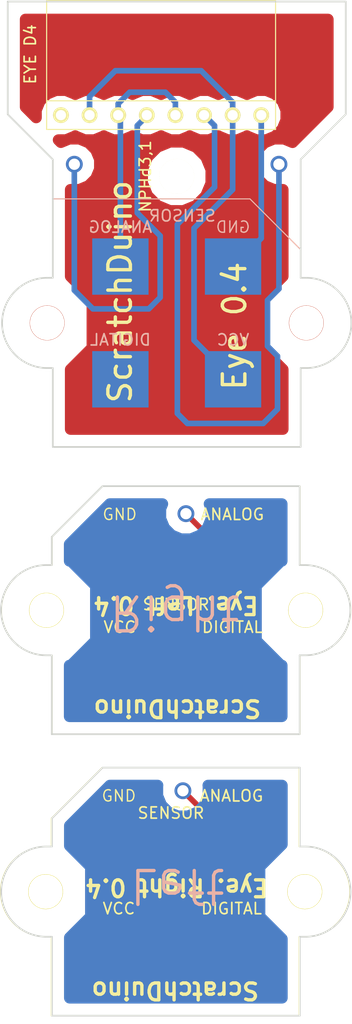
<source format=kicad_pcb>
(kicad_pcb (version 3) (host pcbnew "(2013-may-18)-stable")

  (general
    (links 14)
    (no_connects 2)
    (area 13.341999 13.754999 45.085001 105.091)
    (thickness 1.6)
    (drawings 56)
    (tracks 49)
    (zones 0)
    (modules 5)
    (nets 6)
  )

  (page A3)
  (layers
    (15 F.Cu signal)
    (0 B.Cu signal)
    (16 B.Adhes user hide)
    (17 F.Adhes user hide)
    (18 B.Paste user)
    (19 F.Paste user)
    (20 B.SilkS user)
    (21 F.SilkS user)
    (22 B.Mask user hide)
    (23 F.Mask user)
    (24 Dwgs.User user hide)
    (25 Cmts.User user hide)
    (26 Eco1.User user hide)
    (27 Eco2.User user hide)
    (28 Edge.Cuts user)
  )

  (setup
    (last_trace_width 0.5)
    (trace_clearance 0.254)
    (zone_clearance 1)
    (zone_45_only no)
    (trace_min 0.254)
    (segment_width 0.2)
    (edge_width 0.15)
    (via_size 1.5)
    (via_drill 1)
    (via_min_size 0.889)
    (via_min_drill 0.508)
    (uvia_size 0.508)
    (uvia_drill 0.127)
    (uvias_allowed no)
    (uvia_min_size 0.508)
    (uvia_min_drill 0.127)
    (pcb_text_width 0.3)
    (pcb_text_size 1.5 1.5)
    (mod_edge_width 0.15)
    (mod_text_size 1.5 1.5)
    (mod_text_width 0.15)
    (pad_size 3.1 3.1)
    (pad_drill 3)
    (pad_to_mask_clearance 0.2)
    (aux_axis_origin 0 0)
    (visible_elements FFFFFFBF)
    (pcbplotparams
      (layerselection 284983297)
      (usegerberextensions false)
      (excludeedgelayer true)
      (linewidth 0.100000)
      (plotframeref false)
      (viasonmask false)
      (mode 1)
      (useauxorigin false)
      (hpglpennumber 1)
      (hpglpenspeed 20)
      (hpglpendiameter 15)
      (hpglpenoverlay 2)
      (psnegative false)
      (psa4output false)
      (plotreference true)
      (plotvalue true)
      (plotothertext true)
      (plotinvisibletext false)
      (padsonsilk false)
      (subtractmaskfromsilk false)
      (outputformat 1)
      (mirror false)
      (drillshape 0)
      (scaleselection 1)
      (outputdirectory gerber/))
  )

  (net 0 "")
  (net 1 N-000001)
  (net 2 N-0000011)
  (net 3 N-0000012)
  (net 4 N-000002)
  (net 5 N-000003)

  (net_class Default "Это класс цепей по умолчанию."
    (clearance 0.254)
    (trace_width 0.5)
    (via_dia 1.5)
    (via_drill 1)
    (uvia_dia 0.508)
    (uvia_drill 0.127)
    (add_net "")
    (add_net N-000001)
    (add_net N-0000011)
    (add_net N-0000012)
    (add_net N-000002)
    (add_net N-000003)
  )

  (module SENSOR (layer F.Cu) (tedit 55DECA62) (tstamp 55D8DEFC)
    (at 17.722 79.627)
    (path /55D8BDE6)
    (fp_text reference P6 (at 11.5 -1.5) (layer F.SilkS) hide
      (effects (font (size 1 1) (thickness 0.15)))
    )
    (fp_text value SENSOR (at 11.5 -12) (layer F.SilkS)
      (effects (font (size 1 1) (thickness 0.15)))
    )
    (fp_text user DIGITAL (at 16.5 -10) (layer F.SilkS)
      (effects (font (size 1 1) (thickness 0.15)))
    )
    (fp_text user VCC (at 6.5 -10) (layer F.SilkS)
      (effects (font (size 1 1) (thickness 0.15)))
    )
    (fp_text user ANALOG (at 16.5 -20) (layer F.SilkS)
      (effects (font (size 1 1) (thickness 0.15)))
    )
    (fp_text user GND (at 6.5 -20) (layer F.SilkS)
      (effects (font (size 1 1) (thickness 0.125)))
    )
    (fp_line (start 23 -15.5) (end 22.5 -15.5) (layer F.SilkS) (width 0.1))
    (fp_line (start 22.5 -15.5) (end 22.5 -22.5) (layer F.SilkS) (width 0.1))
    (fp_line (start 22.5 -0.5) (end 22.5 -7.5) (layer F.SilkS) (width 0.1))
    (fp_line (start 22.5 -7.5) (end 23 -7.5) (layer F.SilkS) (width 0.1))
    (fp_line (start 0 -7.5) (end 0.5 -7.5) (layer F.SilkS) (width 0.1))
    (fp_line (start 0.5 -7.5) (end 0.5 -0.5) (layer F.SilkS) (width 0.1))
    (fp_line (start 0 -15.5) (end 0.5 -15.5) (layer F.SilkS) (width 0.1))
    (fp_line (start 0.5 -15.5) (end 0.5 -17.5) (layer F.SilkS) (width 0.1))
    (fp_arc (start 23 -11.5) (end 27 -11.5) (angle 90) (layer F.SilkS) (width 0.1))
    (fp_arc (start 23 -11.5) (end 23 -15.5) (angle 90) (layer F.SilkS) (width 0.1))
    (fp_arc (start 0 -11.5) (end 0 -7.5) (angle 90) (layer F.SilkS) (width 0.1))
    (fp_arc (start 0 -11.5) (end -4 -11.5) (angle 90) (layer F.SilkS) (width 0.1))
    (fp_circle (center 0 -11.5) (end 1.5 -11.5) (layer F.SilkS) (width 0.1))
    (fp_circle (center 23 -11.5) (end 24.5 -11.5) (layer F.SilkS) (width 0.1))
    (fp_line (start 0.5 -17.5) (end 0.5 -18) (layer F.SilkS) (width 0.1))
    (fp_line (start 0.5 -18) (end 5 -22.5) (layer F.SilkS) (width 0.1))
    (fp_line (start 5 -22.5) (end 22.5 -22.5) (layer F.SilkS) (width 0.1))
    (fp_line (start 22.5 -0.5) (end 0.5 -0.5) (layer F.SilkS) (width 0.1))
    (pad 2 smd rect (at 6.5 -6.5) (size 5 5)
      (layers F.Cu F.Mask)
      (solder_mask_margin 0.1)
    )
    (pad 3 smd rect (at 16.5 -6.5) (size 5 5)
      (layers F.Cu F.Mask)
    )
    (pad 1 smd rect (at 6.5 -16.5) (size 5 5)
      (layers F.Cu F.Mask)
    )
    (pad 4 smd rect (at 16.5 -16.5) (size 5 5)
      (layers F.Cu F.Mask)
      (net 1 N-000001)
    )
    (pad "" np_thru_hole circle (at 0 -11.5) (size 3.1 3.1) (drill 3)
      (layers *.Cu *.Mask F.SilkS)
    )
    (pad "" np_thru_hole circle (at 23 -11.5) (size 3.1 3.1) (drill 3)
      (layers *.Cu *.Mask F.SilkS)
    )
  )

  (module SENSOR (layer F.Cu) (tedit 55DEC9AD) (tstamp 55D8DEE1)
    (at 17.646 104.587)
    (path /55D8BDC8)
    (fp_text reference P4 (at 11.5 -1.5) (layer F.SilkS) hide
      (effects (font (size 1 1) (thickness 0.15)))
    )
    (fp_text value SENSOR (at 11.125 -18.477) (layer F.SilkS)
      (effects (font (size 1 1) (thickness 0.15)))
    )
    (fp_text user DIGITAL (at 16.5 -10) (layer F.SilkS)
      (effects (font (size 1 1) (thickness 0.15)))
    )
    (fp_text user VCC (at 6.5 -10) (layer F.SilkS)
      (effects (font (size 1 1) (thickness 0.15)))
    )
    (fp_text user ANALOG (at 16.5 -20) (layer F.SilkS)
      (effects (font (size 1 1) (thickness 0.15)))
    )
    (fp_text user GND (at 6.5 -20) (layer F.SilkS)
      (effects (font (size 1 1) (thickness 0.125)))
    )
    (fp_line (start 23 -15.5) (end 22.5 -15.5) (layer F.SilkS) (width 0.1))
    (fp_line (start 22.5 -15.5) (end 22.5 -22.5) (layer F.SilkS) (width 0.1))
    (fp_line (start 22.5 -0.5) (end 22.5 -7.5) (layer F.SilkS) (width 0.1))
    (fp_line (start 22.5 -7.5) (end 23 -7.5) (layer F.SilkS) (width 0.1))
    (fp_line (start 0 -7.5) (end 0.5 -7.5) (layer F.SilkS) (width 0.1))
    (fp_line (start 0.5 -7.5) (end 0.5 -0.5) (layer F.SilkS) (width 0.1))
    (fp_line (start 0 -15.5) (end 0.5 -15.5) (layer F.SilkS) (width 0.1))
    (fp_line (start 0.5 -15.5) (end 0.5 -17.5) (layer F.SilkS) (width 0.1))
    (fp_arc (start 23 -11.5) (end 27 -11.5) (angle 90) (layer F.SilkS) (width 0.1))
    (fp_arc (start 23 -11.5) (end 23 -15.5) (angle 90) (layer F.SilkS) (width 0.1))
    (fp_arc (start 0 -11.5) (end 0 -7.5) (angle 90) (layer F.SilkS) (width 0.1))
    (fp_arc (start 0 -11.5) (end -4 -11.5) (angle 90) (layer F.SilkS) (width 0.1))
    (fp_circle (center 0 -11.5) (end 1.5 -11.5) (layer F.SilkS) (width 0.1))
    (fp_circle (center 23 -11.5) (end 24.5 -11.5) (layer F.SilkS) (width 0.1))
    (fp_line (start 0.5 -17.5) (end 0.5 -18) (layer F.SilkS) (width 0.1))
    (fp_line (start 0.5 -18) (end 5 -22.5) (layer F.SilkS) (width 0.1))
    (fp_line (start 5 -22.5) (end 22.5 -22.5) (layer F.SilkS) (width 0.1))
    (fp_line (start 22.5 -0.5) (end 0.5 -0.5) (layer F.SilkS) (width 0.1))
    (pad 2 smd rect (at 6.5 -6.5) (size 5 5)
      (layers F.Cu F.Mask)
      (solder_mask_margin 0.1)
    )
    (pad 3 smd rect (at 16.5 -6.5) (size 5 5)
      (layers F.Cu F.Mask)
    )
    (pad 1 smd rect (at 6.5 -16.5) (size 5 5)
      (layers F.Cu F.Mask)
    )
    (pad 4 smd rect (at 16.5 -16.5) (size 5 5)
      (layers F.Cu F.Mask)
      (net 5 N-000003)
    )
    (pad "" np_thru_hole circle (at 0 -11.5) (size 3.1 3.1) (drill 3)
      (layers *.Cu *.Mask F.SilkS)
    )
    (pad "" np_thru_hole circle (at 23 -11.5) (size 3.1 3.1) (drill 3)
      (layers *.Cu *.Mask F.SilkS)
    )
  )

  (module EYE (layer F.Cu) (tedit 55DAB71B) (tstamp 55D8D220)
    (at 27.895 24.219 270)
    (path /55D8BFDB)
    (fp_text reference D4 (at -7.072 11.614 270) (layer F.SilkS)
      (effects (font (size 1 1) (thickness 0.15)))
    )
    (fp_text value EYE (at -4.072 11.614 270) (layer F.SilkS)
      (effects (font (size 1 1) (thickness 0.15)))
    )
    (fp_line (start -1.27 -10.16) (end -1.27 10.16) (layer F.SilkS) (width 0.1))
    (fp_line (start -1.27 -10.16) (end -10.16 -10.16) (layer F.SilkS) (width 0.1))
    (fp_line (start -10.16 -10.16) (end -10.16 10.16) (layer F.SilkS) (width 0.1))
    (fp_line (start -10.16 10.16) (end 1.27 10.16) (layer F.SilkS) (width 0.1))
    (fp_line (start 1.27 10.16) (end 1.27 -10.16) (layer F.SilkS) (width 0.1))
    (fp_line (start 1.27 -10.16) (end -1.27 -10.16) (layer F.SilkS) (width 0.1))
    (pad 1 thru_hole circle (at 0 -8.89 270) (size 1.4 1.4) (drill 0.9)
      (layers *.Cu *.Mask F.SilkS)
      (net 2 N-0000011)
    )
    (pad 2 thru_hole circle (at 0 -6.35 270) (size 1.4 1.4) (drill 0.9)
      (layers *.Cu *.Mask F.SilkS)
      (net 3 N-0000012)
    )
    (pad 3 thru_hole circle (at 0 -3.81 270) (size 1.4 1.4) (drill 0.9)
      (layers *.Cu *.Mask F.SilkS)
      (net 1 N-000001)
    )
    (pad 4 thru_hole circle (at 0 -1.27 270) (size 1.4 1.4) (drill 0.9)
      (layers *.Cu *.Mask F.SilkS)
      (net 4 N-000002)
    )
    (pad 5 thru_hole circle (at 0 1.27 270) (size 1.4 1.4) (drill 0.9)
      (layers *.Cu *.Mask F.SilkS)
      (net 5 N-000003)
    )
    (pad 6 thru_hole circle (at 0 3.81 270) (size 1.4 1.4) (drill 0.9)
      (layers *.Cu *.Mask F.SilkS)
      (net 4 N-000002)
    )
    (pad 7 thru_hole circle (at 0 6.35 270) (size 1.4 1.4) (drill 0.9)
      (layers *.Cu *.Mask F.SilkS)
      (net 3 N-0000012)
    )
    (pad 8 thru_hole circle (at 0 8.89 270) (size 1.4 1.4) (drill 0.9)
      (layers *.Cu *.Mask F.SilkS)
    )
    (pad 8 thru_hole circle (at 0 8.89 270) (size 1.4 1.4) (drill 0.9)
      (layers *.Cu *.Mask F.SilkS)
    )
    (pad 7 thru_hole circle (at 0 6.35 270) (size 1.4 1.4) (drill 0.9)
      (layers *.Cu *.Mask F.SilkS)
      (net 3 N-0000012)
    )
    (pad 6 thru_hole circle (at 0 3.81 270) (size 1.4 1.4) (drill 0.9)
      (layers *.Cu *.Mask F.SilkS)
      (net 4 N-000002)
    )
    (pad 5 thru_hole circle (at 0 1.27 270) (size 1.4 1.4) (drill 0.9)
      (layers *.Cu *.Mask F.SilkS)
      (net 5 N-000003)
    )
    (pad 4 thru_hole circle (at 0 -1.27 270) (size 1.4 1.4) (drill 0.9)
      (layers *.Cu *.Mask F.SilkS)
      (net 4 N-000002)
    )
    (pad 3 thru_hole circle (at 0 -3.81 270) (size 1.4 1.4) (drill 0.9)
      (layers *.Cu *.Mask F.SilkS)
      (net 1 N-000001)
    )
    (pad 2 thru_hole circle (at 0 -6.35 270) (size 1.4 1.4) (drill 0.9)
      (layers *.Cu *.Mask F.SilkS)
      (net 3 N-0000012)
    )
    (pad 1 thru_hole circle (at 0 -8.89 270) (size 1.4 1.4) (drill 0.9)
      (layers *.Cu *.Mask F.SilkS)
      (net 2 N-0000011)
    )
  )

  (module SENSOR (layer B.Cu) (tedit 55DECAFE) (tstamp 55DEC820)
    (at 40.781 54.147 180)
    (path /55D8BDD7)
    (fp_text reference P5 (at 11.5 1.5 180) (layer B.SilkS) hide
      (effects (font (size 1 1) (thickness 0.15)) (justify mirror))
    )
    (fp_text value SENSOR (at 11 21 180) (layer B.SilkS)
      (effects (font (size 1 1) (thickness 0.15)) (justify mirror))
    )
    (fp_text user DIGITAL (at 16.5 10 180) (layer B.SilkS)
      (effects (font (size 1 1) (thickness 0.15)) (justify mirror))
    )
    (fp_text user VCC (at 6.5 10 180) (layer B.SilkS)
      (effects (font (size 1 1) (thickness 0.15)) (justify mirror))
    )
    (fp_text user ANALOG (at 16.5 20 180) (layer B.SilkS)
      (effects (font (size 1 1) (thickness 0.15)) (justify mirror))
    )
    (fp_text user GND (at 6.5 20 180) (layer B.SilkS)
      (effects (font (size 1 1) (thickness 0.125)) (justify mirror))
    )
    (fp_line (start 23 15.5) (end 22.5 15.5) (layer B.SilkS) (width 0.1))
    (fp_line (start 22.5 15.5) (end 22.5 22.5) (layer B.SilkS) (width 0.1))
    (fp_line (start 22.5 0.5) (end 22.5 7.5) (layer B.SilkS) (width 0.1))
    (fp_line (start 22.5 7.5) (end 23 7.5) (layer B.SilkS) (width 0.1))
    (fp_line (start 0 7.5) (end 0.5 7.5) (layer B.SilkS) (width 0.1))
    (fp_line (start 0.5 7.5) (end 0.5 0.5) (layer B.SilkS) (width 0.1))
    (fp_line (start 0 15.5) (end 0.5 15.5) (layer B.SilkS) (width 0.1))
    (fp_line (start 0.5 15.5) (end 0.5 17.5) (layer B.SilkS) (width 0.1))
    (fp_arc (start 23 11.5) (end 27 11.5) (angle -90) (layer B.SilkS) (width 0.1))
    (fp_arc (start 23 11.5) (end 23 15.5) (angle -90) (layer B.SilkS) (width 0.1))
    (fp_arc (start 0 11.5) (end 0 7.5) (angle -90) (layer B.SilkS) (width 0.1))
    (fp_arc (start 0 11.5) (end -4 11.5) (angle -90) (layer B.SilkS) (width 0.1))
    (fp_circle (center 0 11.5) (end 1.5 11.5) (layer B.SilkS) (width 0.1))
    (fp_circle (center 23 11.5) (end 24.5 11.5) (layer B.SilkS) (width 0.1))
    (fp_line (start 0.5 17.5) (end 0.5 18) (layer B.SilkS) (width 0.1))
    (fp_line (start 0.5 18) (end 5 22.5) (layer B.SilkS) (width 0.1))
    (fp_line (start 5 22.5) (end 22.5 22.5) (layer B.SilkS) (width 0.1))
    (fp_line (start 22.5 0.5) (end 0.5 0.5) (layer B.SilkS) (width 0.1))
    (pad 2 smd rect (at 6.5 6.5 180) (size 5 5)
      (layers B.Cu B.Mask)
      (net 3 N-0000012)
      (solder_mask_margin 0.1)
    )
    (pad 3 smd rect (at 16.5 6.5 180) (size 5 5)
      (layers B.Cu B.Mask)
    )
    (pad 1 smd rect (at 6.5 16.5 180) (size 5 5)
      (layers B.Cu B.Mask)
      (net 2 N-0000011)
    )
    (pad 4 smd rect (at 16.5 16.5 180) (size 5 5)
      (layers B.Cu B.Mask)
      (net 4 N-000002)
    )
    (pad "" np_thru_hole circle (at 0 11.5 180) (size 3.1 3.1) (drill 3)
      (layers *.Cu *.Mask B.SilkS)
    )
    (pad "" np_thru_hole circle (at 23 11.5 180) (size 3.1 3.1) (drill 3)
      (layers *.Cu *.Mask B.SilkS)
    )
  )

  (module NPHd3,1 (layer F.Cu) (tedit 55DECAD6) (tstamp 55DEC79A)
    (at 29.281 29.647 90)
    (fp_text reference NPHd3,1 (at 0 -2.794 90) (layer F.SilkS)
      (effects (font (size 1 1) (thickness 0.15)))
    )
    (fp_text value "" (at 0.254 2.794 90) (layer F.SilkS)
      (effects (font (size 1 1) (thickness 0.15)))
    )
    (pad "" np_thru_hole circle (at 0 0 90) (size 3.1 3.1) (drill 3.1)
      (layers *.Cu *.Mask F.SilkS)
    )
  )

  (gr_text Left (at 29.337 92.583 180) (layer B.SilkS)
    (effects (font (size 3 3) (thickness 0.3)) (justify mirror))
  )
  (gr_text "Eye. Left 0.4" (at 29.21 67.691 180) (layer F.SilkS)
    (effects (font (size 1.5 1.5) (thickness 0.3)))
  )
  (gr_text ScratchDuino (at 29.337 76.835 180) (layer F.SilkS)
    (effects (font (size 1.5 1.5) (thickness 0.3)))
  )
  (gr_line (start 40.1905 79.1235) (end 40.1905 72.1235) (angle 90) (layer Edge.Cuts) (width 0.15) (tstamp 55E08E16))
  (gr_line (start 40.1905 79.1235) (end 18.1905 79.1235) (angle 90) (layer Edge.Cuts) (width 0.15) (tstamp 55E08E15))
  (gr_line (start 18.1905 79.1235) (end 18.1905 72.1235) (angle 90) (layer Edge.Cuts) (width 0.15) (tstamp 55E08E14))
  (gr_line (start 18.1905 64.1235) (end 18.1905 61.6235) (angle 90) (layer Edge.Cuts) (width 0.15) (tstamp 55E08E13))
  (gr_line (start 18.1905 61.6235) (end 22.6905 57.1235) (angle 90) (layer Edge.Cuts) (width 0.15) (tstamp 55E08E12))
  (gr_line (start 22.6905 57.1235) (end 40.1905 57.1235) (angle 90) (layer Edge.Cuts) (width 0.15) (tstamp 55E08E11))
  (gr_line (start 40.1905 57.1235) (end 40.1905 64.1235) (angle 90) (layer Edge.Cuts) (width 0.15) (tstamp 55E08E10))
  (gr_line (start 40.1905 64.1235) (end 40.6905 64.1235) (angle 90) (layer Edge.Cuts) (width 0.15) (tstamp 55E08E0F))
  (gr_line (start 40.6905 72.1235) (end 40.1905 72.1235) (angle 90) (layer Edge.Cuts) (width 0.15) (tstamp 55E08E0E))
  (gr_line (start 18.1905 64.1235) (end 17.6905 64.1235) (angle 90) (layer Edge.Cuts) (width 0.15) (tstamp 55E08E0D))
  (gr_line (start 18.1905 72.1235) (end 17.6905 72.1235) (angle 90) (layer Edge.Cuts) (width 0.15) (tstamp 55E08E0C))
  (gr_arc (start 17.6905 68.1235) (end 17.6905 64.1235) (angle -90) (layer Edge.Cuts) (width 0.15) (tstamp 55E08E0B))
  (gr_arc (start 17.6905 68.1235) (end 13.6905 68.1235) (angle -90) (layer Edge.Cuts) (width 0.15) (tstamp 55E08E0A))
  (gr_arc (start 40.6905 68.1235) (end 44.6905 68.1235) (angle -90) (layer Edge.Cuts) (width 0.15) (tstamp 55E08E09))
  (gr_arc (start 40.6905 68.1235) (end 40.6905 72.1235) (angle -90) (layer Edge.Cuts) (width 0.15) (tstamp 55E08E08))
  (gr_line (start 18.204 89.083) (end 17.704 89.083) (angle 90) (layer Edge.Cuts) (width 0.15))
  (gr_line (start 18.204 86.583) (end 18.204 89.083) (angle 90) (layer Edge.Cuts) (width 0.15))
  (gr_line (start 22.704 82.083) (end 18.204 86.583) (angle 90) (layer Edge.Cuts) (width 0.15))
  (gr_line (start 40.204 82.083) (end 22.704 82.083) (angle 90) (layer Edge.Cuts) (width 0.15))
  (gr_line (start 40.204 89.083) (end 40.204 82.083) (angle 90) (layer Edge.Cuts) (width 0.15))
  (gr_line (start 40.704 89.083) (end 40.204 89.083) (angle 90) (layer Edge.Cuts) (width 0.15))
  (gr_line (start 40.204 97.083) (end 40.804 97.083) (angle 90) (layer Edge.Cuts) (width 0.15))
  (gr_line (start 40.204 104.083) (end 40.204 97.083) (angle 90) (layer Edge.Cuts) (width 0.15))
  (gr_line (start 18.204 104.083) (end 40.204 104.083) (angle 90) (layer Edge.Cuts) (width 0.15))
  (gr_line (start 18.204 97.083) (end 18.204 104.083) (angle 90) (layer Edge.Cuts) (width 0.15))
  (gr_line (start 17.604 97.083) (end 18.204 97.083) (angle 90) (layer Edge.Cuts) (width 0.15))
  (gr_arc (start 40.704 93.083) (end 40.704 89.083) (angle 90) (layer Edge.Cuts) (width 0.15))
  (gr_arc (start 40.704 93.083) (end 44.704 92.983) (angle 90) (layer Edge.Cuts) (width 0.15))
  (gr_arc (start 17.704 93.083) (end 13.704 93.083) (angle 90) (layer Edge.Cuts) (width 0.15))
  (gr_arc (start 17.704 93.083) (end 17.604 97.083) (angle 90) (layer Edge.Cuts) (width 0.15))
  (gr_text "Eye. Right 0.4" (at 29.279 92.714 180) (layer F.SilkS)
    (effects (font (size 1.5 1.5) (thickness 0.3)))
  )
  (gr_text ScratchDuino (at 29.152 101.858 180) (layer F.SilkS)
    (effects (font (size 1.5 1.5) (thickness 0.3)))
  )
  (gr_text Right (at 29.083 68.326 180) (layer B.SilkS)
    (effects (font (size 3 3) (thickness 0.3)) (justify mirror))
  )
  (gr_line (start 18.281 38.647) (end 17.781 38.647) (angle 90) (layer Edge.Cuts) (width 0.15))
  (gr_line (start 18.281 28.147) (end 18.281 38.647) (angle 90) (layer Edge.Cuts) (width 0.15))
  (gr_line (start 14.281 24.147) (end 18.281 28.147) (angle 90) (layer Edge.Cuts) (width 0.15))
  (gr_line (start 14.281 14.147) (end 14.281 24.147) (angle 90) (layer Edge.Cuts) (width 0.15))
  (gr_line (start 44.281 14.147) (end 14.281 14.147) (angle 90) (layer Edge.Cuts) (width 0.15))
  (gr_line (start 44.281 24.147) (end 44.281 14.147) (angle 90) (layer Edge.Cuts) (width 0.15))
  (gr_line (start 40.281 28.147) (end 44.281 24.147) (angle 90) (layer Edge.Cuts) (width 0.15))
  (gr_line (start 40.281 38.647) (end 40.281 28.147) (angle 90) (layer Edge.Cuts) (width 0.15))
  (gr_line (start 40.781 38.647) (end 40.281 38.647) (angle 90) (layer Edge.Cuts) (width 0.15))
  (gr_line (start 40.281 46.647) (end 40.881 46.647) (angle 90) (layer Edge.Cuts) (width 0.15))
  (gr_line (start 40.281 53.647) (end 40.281 46.647) (angle 90) (layer Edge.Cuts) (width 0.15))
  (gr_line (start 18.281 53.647) (end 40.281 53.647) (angle 90) (layer Edge.Cuts) (width 0.15))
  (gr_line (start 18.281 46.647) (end 18.281 53.647) (angle 90) (layer Edge.Cuts) (width 0.15))
  (gr_line (start 17.681 46.647) (end 18.281 46.647) (angle 90) (layer Edge.Cuts) (width 0.15))
  (gr_arc (start 40.781 42.647) (end 40.781 38.647) (angle 90) (layer Edge.Cuts) (width 0.15))
  (gr_arc (start 40.781 42.647) (end 44.781 42.547) (angle 90) (layer Edge.Cuts) (width 0.15))
  (gr_arc (start 17.781 42.647) (end 13.781 42.647) (angle 90) (layer Edge.Cuts) (width 0.15))
  (gr_arc (start 17.781 42.647) (end 17.681 46.647) (angle 90) (layer Edge.Cuts) (width 0.15))
  (gr_text "Eye 0.4" (at 34.417 42.926 90) (layer F.SilkS)
    (effects (font (size 2 2) (thickness 0.3)))
  )
  (gr_text ScratchDuino (at 24.257 39.878 90) (layer F.SilkS)
    (effects (font (size 2 2) (thickness 0.3)))
  )

  (segment (start 34.222 63.127) (end 33.663 63.127) (width 0.5) (layer F.Cu) (net 1))
  (via (at 30.099 59.563) (size 1.5) (layers F.Cu B.Cu) (net 1))
  (segment (start 33.663 63.127) (end 30.099 59.563) (width 0.5) (layer F.Cu) (net 1) (tstamp 55E09386))
  (segment (start 31.705 24.219) (end 31.712 24.219) (width 0.5) (layer B.Cu) (net 1))
  (via (at 38.354 28.575) (size 1.5) (layers F.Cu B.Cu) (net 1))
  (segment (start 38.354 39.624) (end 38.354 28.575) (width 0.5) (layer B.Cu) (net 1) (tstamp 55DEC8E3))
  (segment (start 37.338 40.64) (end 38.354 39.624) (width 0.5) (layer B.Cu) (net 1) (tstamp 55DEC8E2))
  (segment (start 37.338 44.704) (end 37.338 40.64) (width 0.5) (layer B.Cu) (net 1) (tstamp 55DEC8E1))
  (segment (start 38.227 45.593) (end 37.338 44.704) (width 0.5) (layer B.Cu) (net 1) (tstamp 55DEC8E0))
  (segment (start 38.227 50.292) (end 38.227 45.593) (width 0.5) (layer B.Cu) (net 1) (tstamp 55DEC8DF))
  (segment (start 36.957 51.562) (end 38.227 50.292) (width 0.5) (layer B.Cu) (net 1) (tstamp 55DEC8DE))
  (segment (start 30.226 51.562) (end 36.957 51.562) (width 0.5) (layer B.Cu) (net 1) (tstamp 55DEC8DD))
  (segment (start 29.337 50.673) (end 30.226 51.562) (width 0.5) (layer B.Cu) (net 1) (tstamp 55DEC8DC))
  (segment (start 29.337 33.909) (end 29.337 50.673) (width 0.5) (layer B.Cu) (net 1) (tstamp 55DEC8DA))
  (segment (start 32.639 30.607) (end 29.337 33.909) (width 0.5) (layer B.Cu) (net 1) (tstamp 55DEC8D8))
  (segment (start 32.639 25.146) (end 32.639 30.607) (width 0.5) (layer B.Cu) (net 1) (tstamp 55DEC8D7))
  (segment (start 31.712 24.219) (end 32.639 25.146) (width 0.5) (layer B.Cu) (net 1) (tstamp 55DEC8D6))
  (segment (start 36.785 24.219) (end 36.785 35.143) (width 0.5) (layer B.Cu) (net 2))
  (segment (start 36.785 35.143) (end 34.281 37.647) (width 0.5) (layer B.Cu) (net 2) (tstamp 55D8DD1F))
  (segment (start 34.245 30.188) (end 34.245 30.823) (width 0.5) (layer B.Cu) (net 3))
  (segment (start 34.245 24.219) (end 34.245 30.188) (width 0.5) (layer B.Cu) (net 3))
  (segment (start 30.816 44.182) (end 34.281 47.647) (width 0.5) (layer B.Cu) (net 3) (tstamp 55D8DD85))
  (segment (start 30.816 34.252) (end 30.816 44.182) (width 0.5) (layer B.Cu) (net 3) (tstamp 55D8DD81))
  (segment (start 34.245 30.823) (end 30.816 34.252) (width 0.5) (layer B.Cu) (net 3) (tstamp 55D8DD80))
  (segment (start 21.545 24.219) (end 21.545 22.568) (width 0.5) (layer B.Cu) (net 3))
  (segment (start 34.245 23.076) (end 34.245 24.219) (width 0.5) (layer B.Cu) (net 3) (tstamp 55D8DCD8))
  (segment (start 31.451 20.282) (end 34.245 23.076) (width 0.5) (layer B.Cu) (net 3) (tstamp 55D8DCD3))
  (segment (start 23.831 20.282) (end 31.451 20.282) (width 0.5) (layer B.Cu) (net 3) (tstamp 55D8DCD1))
  (segment (start 21.545 22.568) (end 23.831 20.282) (width 0.5) (layer B.Cu) (net 3) (tstamp 55D8DCCC))
  (segment (start 24.085 24.219) (end 24.085 23.203) (width 0.5) (layer B.Cu) (net 4))
  (segment (start 29.165 23.076) (end 29.165 24.219) (width 0.5) (layer B.Cu) (net 4) (tstamp 55D8DCA8))
  (segment (start 28.276 22.187) (end 29.165 23.076) (width 0.5) (layer B.Cu) (net 4) (tstamp 55D8DCA7))
  (segment (start 25.101 22.187) (end 28.276 22.187) (width 0.5) (layer B.Cu) (net 4) (tstamp 55D8DCA6))
  (segment (start 24.085 23.203) (end 25.101 22.187) (width 0.5) (layer B.Cu) (net 4) (tstamp 55D8DCA5))
  (segment (start 24.281 37.647) (end 24.281 24.415) (width 0.5) (layer B.Cu) (net 4))
  (segment (start 24.281 24.415) (end 24.085 24.219) (width 0.5) (layer B.Cu) (net 4) (tstamp 55D8DC9C))
  (segment (start 34.146 88.087) (end 33.781 88.087) (width 0.5) (layer F.Cu) (net 5))
  (via (at 29.831 84.137) (size 1.5) (layers F.Cu B.Cu) (net 5))
  (segment (start 33.781 88.087) (end 29.831 84.137) (width 0.5) (layer F.Cu) (net 5) (tstamp 55D8E393))
  (segment (start 26.625 24.219) (end 26.625 24.302) (width 0.5) (layer B.Cu) (net 5))
  (via (at 20.193 28.575) (size 1.5) (layers F.Cu B.Cu) (net 5))
  (segment (start 20.193 39.751) (end 20.193 28.575) (width 0.5) (layer B.Cu) (net 5) (tstamp 55DEC8C2))
  (segment (start 21.844 41.402) (end 20.193 39.751) (width 0.5) (layer B.Cu) (net 5) (tstamp 55DEC8C1))
  (segment (start 26.797 41.402) (end 21.844 41.402) (width 0.5) (layer B.Cu) (net 5) (tstamp 55DEC8C0))
  (segment (start 27.813 40.386) (end 26.797 41.402) (width 0.5) (layer B.Cu) (net 5) (tstamp 55DEC8BF))
  (segment (start 27.813 34.925) (end 27.813 40.386) (width 0.5) (layer B.Cu) (net 5) (tstamp 55DEC8BD))
  (segment (start 25.781 32.893) (end 27.813 34.925) (width 0.5) (layer B.Cu) (net 5) (tstamp 55DEC8BB))
  (segment (start 25.781 25.146) (end 25.781 32.893) (width 0.5) (layer B.Cu) (net 5) (tstamp 55DEC8BA))
  (segment (start 26.625 24.302) (end 25.781 25.146) (width 0.5) (layer B.Cu) (net 5) (tstamp 55DEC8B9))

  (zone (net 0) (net_name "") (layer F.Cu) (tstamp 55D8E9FD) (hatch edge 0.508)
    (connect_pads (clearance 1))
    (min_thickness 1)
    (fill (arc_segments 16) (thermal_gap 1) (thermal_bridge_width 1.2))
    (polygon
      (pts
        (xy 44.281 14.147) (xy 44.281 24.147) (xy 40.281 28.147) (xy 40.281 38.647) (xy 39.281 38.647)
        (xy 37.281 40.647) (xy 37.281 44.647) (xy 39.281 46.647) (xy 40.281 46.647) (xy 40.281 53.647)
        (xy 18.281 53.647) (xy 18.281 46.647) (xy 19.281 46.647) (xy 21.281 44.647) (xy 21.281 40.647)
        (xy 19.281 38.647) (xy 18.281 38.647) (xy 18.281 28.147) (xy 14.281 24.147) (xy 14.281 14.147)
      )
    )
    (filled_polygon
      (pts
        (xy 42.706 23.494614) (xy 39.560779 26.639834) (xy 38.803516 26.325392) (xy 37.908411 26.32461) (xy 37.081142 26.666431)
        (xy 36.447655 27.298813) (xy 36.104392 28.125484) (xy 36.10361 29.020589) (xy 36.445431 29.847858) (xy 37.077813 30.481345)
        (xy 37.904484 30.824608) (xy 38.706 30.825308) (xy 38.706 38.514893) (xy 36.781 40.439893) (xy 36.781 44.854107)
        (xy 38.706 46.779107) (xy 38.706 52.072) (xy 32.335234 52.072) (xy 32.335234 29.06201) (xy 32.331519 29.052858)
        (xy 32.331528 29.042979) (xy 32.103424 28.490925) (xy 31.878878 27.937735) (xy 31.868324 27.92194) (xy 31.868172 27.921571)
        (xy 31.867886 27.921285) (xy 31.85432 27.900981) (xy 31.845914 27.899274) (xy 31.028361 27.080294) (xy 31.027019 27.07368)
        (xy 31.017921 27.069835) (xy 31.010942 27.062844) (xy 30.459328 26.833794) (xy 29.909344 26.60139) (xy 29.899468 26.601319)
        (xy 29.890344 26.597531) (xy 29.293069 26.597009) (xy 28.69601 26.592766) (xy 28.686858 26.59648) (xy 28.676979 26.596472)
        (xy 28.124925 26.824575) (xy 27.571735 27.049122) (xy 27.55594 27.059675) (xy 27.555571 27.059828) (xy 27.555285 27.060113)
        (xy 27.534981 27.07368) (xy 27.533274 27.082085) (xy 26.714294 27.899638) (xy 26.70768 27.900981) (xy 26.703835 27.910078)
        (xy 26.696844 27.917058) (xy 26.467794 28.468671) (xy 26.23539 29.018656) (xy 26.235319 29.028531) (xy 26.231531 29.037656)
        (xy 26.231009 29.63493) (xy 26.226766 30.23199) (xy 26.23048 30.241141) (xy 26.230472 30.251021) (xy 26.458575 30.803074)
        (xy 26.683122 31.356265) (xy 26.693675 31.372059) (xy 26.693828 31.372429) (xy 26.694113 31.372714) (xy 26.70768 31.393019)
        (xy 26.716085 31.394725) (xy 27.533638 32.213705) (xy 27.534981 32.22032) (xy 27.544078 32.224164) (xy 27.551058 32.231156)
        (xy 28.102671 32.460205) (xy 28.652656 32.69261) (xy 28.662531 32.69268) (xy 28.671656 32.696469) (xy 29.26893 32.69699)
        (xy 29.86599 32.701234) (xy 29.875141 32.697519) (xy 29.885021 32.697528) (xy 30.437074 32.469424) (xy 30.990265 32.244878)
        (xy 31.006059 32.234324) (xy 31.006429 32.234172) (xy 31.006714 32.233886) (xy 31.027019 32.22032) (xy 31.028725 32.211914)
        (xy 31.847705 31.394361) (xy 31.85432 31.393019) (xy 31.858164 31.383921) (xy 31.865156 31.376942) (xy 32.094205 30.825328)
        (xy 32.32661 30.275344) (xy 32.32668 30.265468) (xy 32.330469 30.256344) (xy 32.33099 29.659069) (xy 32.335234 29.06201)
        (xy 32.335234 52.072) (xy 19.856 52.072) (xy 19.856 46.779107) (xy 21.781 44.854107) (xy 21.781 40.439893)
        (xy 19.856 38.514893) (xy 19.856 30.824706) (xy 20.638589 30.82539) (xy 21.465858 30.483569) (xy 22.099345 29.851187)
        (xy 22.442608 29.024516) (xy 22.44339 28.129411) (xy 22.101569 27.302142) (xy 21.469187 26.668655) (xy 20.642516 26.325392)
        (xy 19.747411 26.32461) (xy 18.996334 26.634948) (xy 18.781605 26.420219) (xy 19.009715 26.419004) (xy 19.440687 26.419381)
        (xy 19.447236 26.416674) (xy 19.454318 26.416637) (xy 20.241248 26.09068) (xy 20.2413 26.088573) (xy 20.249572 26.085156)
        (xy 20.274501 26.060269) (xy 20.297173 26.082981) (xy 21.105473 26.418617) (xy 21.980687 26.419381) (xy 22.789572 26.085156)
        (xy 22.814501 26.060269) (xy 22.837173 26.082981) (xy 23.645473 26.418617) (xy 24.520687 26.419381) (xy 25.329572 26.085156)
        (xy 25.354501 26.060269) (xy 25.377173 26.082981) (xy 26.185473 26.418617) (xy 27.060687 26.419381) (xy 27.869572 26.085156)
        (xy 27.894501 26.060269) (xy 27.917173 26.082981) (xy 28.725473 26.418617) (xy 29.600687 26.419381) (xy 30.409572 26.085156)
        (xy 30.434501 26.060269) (xy 30.457173 26.082981) (xy 31.265473 26.418617) (xy 32.140687 26.419381) (xy 32.949572 26.085156)
        (xy 32.974501 26.060269) (xy 32.997173 26.082981) (xy 33.805473 26.418617) (xy 34.680687 26.419381) (xy 35.489572 26.085156)
        (xy 35.514501 26.060269) (xy 35.537173 26.082981) (xy 36.345473 26.418617) (xy 37.220687 26.419381) (xy 38.029572 26.085156)
        (xy 38.648981 25.466827) (xy 38.984617 24.658527) (xy 38.985381 23.783313) (xy 38.651156 22.974428) (xy 38.032827 22.355019)
        (xy 37.224527 22.019383) (xy 36.349313 22.018619) (xy 35.540428 22.352844) (xy 35.515498 22.37773) (xy 35.492827 22.355019)
        (xy 34.684527 22.019383) (xy 33.809313 22.018619) (xy 33.000428 22.352844) (xy 32.975498 22.37773) (xy 32.952827 22.355019)
        (xy 32.144527 22.019383) (xy 31.269313 22.018619) (xy 30.460428 22.352844) (xy 30.435498 22.37773) (xy 30.412827 22.355019)
        (xy 29.604527 22.019383) (xy 28.729313 22.018619) (xy 27.920428 22.352844) (xy 27.895498 22.37773) (xy 27.872827 22.355019)
        (xy 27.064527 22.019383) (xy 26.189313 22.018619) (xy 25.380428 22.352844) (xy 25.355498 22.37773) (xy 25.332827 22.355019)
        (xy 24.524527 22.019383) (xy 23.649313 22.018619) (xy 22.840428 22.352844) (xy 22.815498 22.37773) (xy 22.792827 22.355019)
        (xy 21.984527 22.019383) (xy 21.109313 22.018619) (xy 20.300428 22.352844) (xy 20.275498 22.37773) (xy 20.252827 22.355019)
        (xy 20.241321 22.350241) (xy 20.241248 22.34732) (xy 19.842514 22.184642) (xy 19.444527 22.019383) (xy 19.437439 22.019376)
        (xy 19.430883 22.016702) (xy 19.000284 22.018995) (xy 18.569313 22.018619) (xy 18.562763 22.021325) (xy 18.555682 22.021363)
        (xy 17.768752 22.34732) (xy 17.768699 22.349426) (xy 17.760428 22.352844) (xy 17.141019 22.971173) (xy 17.136241 22.982678)
        (xy 17.13332 22.982752) (xy 16.970642 23.381485) (xy 16.805383 23.779473) (xy 16.805376 23.78656) (xy 16.802702 23.793117)
        (xy 16.804995 24.223715) (xy 16.804803 24.443417) (xy 15.856 23.494614) (xy 15.856 15.722) (xy 42.706 15.722)
        (xy 42.706 23.494614)
      )
    )
  )
  (zone (net 0) (net_name "") (layer B.Cu) (tstamp 55D8EB81) (hatch edge 0.508)
    (connect_pads (clearance 1))
    (min_thickness 1)
    (fill (arc_segments 16) (thermal_gap 1) (thermal_bridge_width 1.2))
    (polygon
      (pts
        (xy 40.146 82.087) (xy 40.146 89.087) (xy 39.146 89.087) (xy 37.146 91.087) (xy 37.146 95.087)
        (xy 39.146 97.087) (xy 40.146 97.087) (xy 40.146 104.087) (xy 18.146 104.087) (xy 18.146 97.087)
        (xy 19.146 97.087) (xy 21.146 95.087) (xy 21.146 91.087) (xy 19.146 89.087) (xy 18.146 89.087)
        (xy 18.146 86.587) (xy 22.646 82.087)
      )
    )
    (filled_polygon
      (pts
        (xy 38.629 102.508) (xy 19.779 102.508) (xy 19.779 97.161107) (xy 21.646 95.294107) (xy 21.646 90.879893)
        (xy 19.779 89.012893) (xy 19.779 87.235386) (xy 23.356386 83.658) (xy 27.593634 83.658) (xy 27.581392 83.687484)
        (xy 27.58061 84.582589) (xy 27.922431 85.409858) (xy 28.554813 86.043345) (xy 29.381484 86.386608) (xy 30.276589 86.38739)
        (xy 31.103858 86.045569) (xy 31.737345 85.413187) (xy 32.080608 84.586516) (xy 32.08139 83.691411) (xy 32.067584 83.658)
        (xy 38.629 83.658) (xy 38.629 88.896893) (xy 36.646 90.879893) (xy 36.646 95.294107) (xy 38.629 97.277107)
        (xy 38.629 102.508)
      )
    )
  )
  (zone (net 0) (net_name "") (layer B.Cu) (tstamp 55E092C5) (hatch edge 0.508)
    (connect_pads (clearance 1))
    (min_thickness 1)
    (fill (arc_segments 16) (thermal_gap 1) (thermal_bridge_width 1.2))
    (polygon
      (pts
        (xy 40.005 78.867) (xy 18.415 78.867) (xy 18.415 72.517) (xy 19.685 72.517) (xy 21.59 70.612)
        (xy 21.59 66.167) (xy 19.685 64.262) (xy 18.415 64.262) (xy 18.415 61.722) (xy 22.86 57.277)
        (xy 40.005 57.277) (xy 40.005 64.262) (xy 38.735 64.262) (xy 36.83 66.167) (xy 36.83 70.612)
        (xy 38.735 72.517) (xy 40.005 72.517)
      )
    )
    (filled_polygon
      (pts
        (xy 38.6155 77.5485) (xy 19.7655 77.5485) (xy 19.7655 73.017) (xy 19.892107 73.017) (xy 22.09 70.819107)
        (xy 22.09 65.959893) (xy 19.892107 63.762) (xy 19.7655 63.762) (xy 19.7655 62.275886) (xy 23.342886 58.6985)
        (xy 28.021708 58.6985) (xy 27.849392 59.113484) (xy 27.84861 60.008589) (xy 28.190431 60.835858) (xy 28.822813 61.469345)
        (xy 29.649484 61.812608) (xy 30.544589 61.81339) (xy 31.371858 61.471569) (xy 32.005345 60.839187) (xy 32.348608 60.012516)
        (xy 32.34939 59.117411) (xy 32.176299 58.6985) (xy 38.6155 58.6985) (xy 38.6155 63.762) (xy 38.527893 63.762)
        (xy 36.33 65.959893) (xy 36.33 70.819107) (xy 38.527893 73.017) (xy 38.6155 73.017) (xy 38.6155 77.5485)
      )
    )
  )
)

</source>
